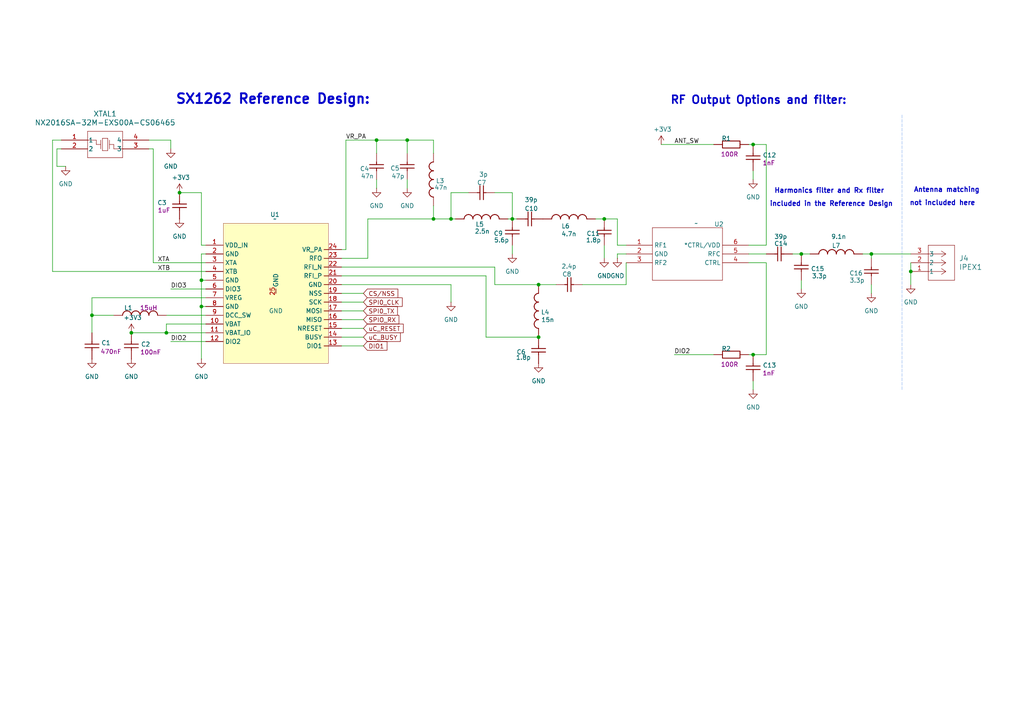
<source format=kicad_sch>
(kicad_sch (version 20231120) (generator "eeschema") (generator_version "8.0")
  (paper "A4")
  (lib_symbols
    (symbol "My_Library:IPEX1" (pin_names (offset 0.254))
      (property "Reference" "J" (at 8.89 6.35 0))
      (property "Value" "IPEX1" (at 0 0 0))
      (symbol "IPEX1_1_1"
        (polyline (pts (xy 5.08 -7.62) (xy 12.7 -7.62)) (stroke (width 0.127)))
        (polyline (pts (xy 5.08 2.54) (xy 5.08 -7.62)) (stroke (width 0.127)))
        (polyline (pts (xy 10.16 -5.08) (xy 5.08 -5.08)) (stroke (width 0.127)))
        (polyline (pts (xy 10.16 -5.08) (xy 8.89 -5.9267)) (stroke (width 0.127)))
        (polyline (pts (xy 10.16 -5.08) (xy 8.89 -4.2333)) (stroke (width 0.127)))
        (polyline (pts (xy 10.16 -2.54) (xy 5.08 -2.54)) (stroke (width 0.127)))
        (polyline (pts (xy 10.16 -2.54) (xy 8.89 -3.3867)) (stroke (width 0.127)))
        (polyline (pts (xy 10.16 -2.54) (xy 8.89 -1.6933)) (stroke (width 0.127)))
        (polyline (pts (xy 10.16 0) (xy 5.08 0)) (stroke (width 0.127)))
        (polyline (pts (xy 10.16 0) (xy 8.89 -0.8467)) (stroke (width 0.127)))
        (polyline (pts (xy 10.16 0) (xy 8.89 0.8467)) (stroke (width 0.127)))
        (polyline (pts (xy 12.7 -7.62) (xy 12.7 2.54)) (stroke (width 0.127)))
        (polyline (pts (xy 12.7 2.54) (xy 5.08 2.54)) (stroke (width 0.127)))
        (pin unspecified line (at 0 -5.08 0) (length 5.08) (name "1") (number "1"))
        (pin unspecified line (at 0 -2.54 0) (length 5.08) (name "2") (number "2"))
        (pin unspecified line (at 0 0 0) (length 5.08) (name "3") (number "3"))
      )
      (symbol "IPEX1_1_2"
        (polyline (pts (xy 5.08 -7.62) (xy 12.7 -7.62)) (stroke (width 0.127)))
        (polyline (pts (xy 5.08 2.54) (xy 5.08 -7.62)) (stroke (width 0.127)))
        (polyline (pts (xy 7.62 -5.08) (xy 5.08 -5.08)) (stroke (width 0.127)))
        (polyline (pts (xy 7.62 -5.08) (xy 8.89 -5.9267)) (stroke (width 0.127)))
        (polyline (pts (xy 7.62 -5.08) (xy 8.89 -4.2333)) (stroke (width 0.127)))
        (polyline (pts (xy 7.62 -2.54) (xy 5.08 -2.54)) (stroke (width 0.127)))
        (polyline (pts (xy 7.62 -2.54) (xy 8.89 -3.3867)) (stroke (width 0.127)))
        (polyline (pts (xy 7.62 -2.54) (xy 8.89 -1.6933)) (stroke (width 0.127)))
        (polyline (pts (xy 7.62 0) (xy 5.08 0)) (stroke (width 0.127)))
        (polyline (pts (xy 7.62 0) (xy 8.89 -0.8467)) (stroke (width 0.127)))
        (polyline (pts (xy 7.62 0) (xy 8.89 0.8467)) (stroke (width 0.127)))
        (polyline (pts (xy 12.7 -7.62) (xy 12.7 2.54)) (stroke (width 0.127)))
        (polyline (pts (xy 12.7 2.54) (xy 5.08 2.54)) (stroke (width 0.127)))
        (pin unspecified line (at 0 -5.08 0) (length 5.08) (name "1") (number "1"))
        (pin unspecified line (at 0 -2.54 0) (length 5.08) (name "2") (number "2"))
        (pin unspecified line (at 0 0 0) (length 5.08) (name "3") (number "3"))
      )
    )
    (symbol "My_Library:NX2016SA-32M-EXS00A-CS06465" (pin_names (offset 0.254))
      (property "Reference" "XTAL" (at 12.7 7.62 0))
      (property "Value" "NX2016SA-32M-EXS00A-CS06465" (at 12.7 5.08 0))
      (symbol "NX2016SA-32M-EXS00A-CS06465_0_1"
        (polyline (pts (xy 7.62 -5.08) (xy 17.78 -5.08)) (stroke (width 0.127)))
        (polyline (pts (xy 7.62 2.54) (xy 7.62 -5.08)) (stroke (width 0.127)))
        (polyline (pts (xy 10.16 -1.27) (xy 10.16 0)) (stroke (width 0.127)))
        (polyline (pts (xy 10.16 0) (xy 7.62 0)) (stroke (width 0.127)))
        (polyline (pts (xy 11.43 -1.27) (xy 10.16 -1.27)) (stroke (width 0.127)))
        (polyline (pts (xy 11.43 0) (xy 11.43 -2.54)) (stroke (width 0.127)))
        (polyline (pts (xy 11.938 -3.048) (xy 13.462 -3.048)) (stroke (width 0.127)))
        (polyline (pts (xy 11.938 0.508) (xy 11.938 -3.048)) (stroke (width 0.127)))
        (polyline (pts (xy 13.462 -3.048) (xy 13.462 0.508)) (stroke (width 0.127)))
        (polyline (pts (xy 13.462 0.508) (xy 11.938 0.508)) (stroke (width 0.127)))
        (polyline (pts (xy 13.97 -1.27) (xy 15.24 -1.27)) (stroke (width 0.127)))
        (polyline (pts (xy 13.97 0) (xy 13.97 -2.54)) (stroke (width 0.127)))
        (polyline (pts (xy 15.24 -2.54) (xy 17.78 -2.54)) (stroke (width 0.127)))
        (polyline (pts (xy 15.24 -1.27) (xy 15.24 -2.54)) (stroke (width 0.127)))
        (polyline (pts (xy 17.78 -5.08) (xy 17.78 2.54)) (stroke (width 0.127)))
        (polyline (pts (xy 17.78 2.54) (xy 7.62 2.54)) (stroke (width 0.127)))
        (pin unspecified line (at 0 0 0) (length 7.62) (name "1") (number "1"))
        (pin unspecified line (at 0 -2.54 0) (length 7.62) (name "2") (number "2"))
        (pin unspecified line (at 25.4 -2.54 180) (length 7.62) (name "3") (number "3"))
        (pin unspecified line (at 25.4 0 180) (length 7.62) (name "4") (number "4"))
      )
    )
    (symbol "My_Library:PE4259_RF_SW"
      (property "Reference" "U8" (at 9.144 8.636 0))
      (property "Value" "~" (at 2.54 8.89 0))
      (symbol "PE4259_RF_SW_0_1"
        (polyline (pts (xy -10.16 -7.62) (xy 10.16 -7.62)) (stroke (width 0.127)))
        (polyline (pts (xy -10.16 7.62) (xy -10.16 -7.62)) (stroke (width 0.127)))
        (polyline (pts (xy 10.16 -7.62) (xy 10.16 7.62)) (stroke (width 0.127)))
        (polyline (pts (xy 10.16 7.62) (xy -10.16 7.62)) (stroke (width 0.127)))
        (pin bidirectional line (at -17.78 2.54 0) (length 7.62) (name "RF1") (number "1"))
        (pin power_out line (at -17.78 0 0) (length 7.62) (name "GND") (number "2"))
        (pin bidirectional line (at -17.78 -2.54 0) (length 7.62) (name "RF2") (number "3"))
        (pin unspecified line (at 17.78 -2.54 180) (length 7.62) (name "CTRL") (number "4"))
        (pin unspecified line (at 17.78 0 180) (length 7.62) (name "RFC") (number "5"))
        (pin power_in line (at 17.78 2.54 180) (length 7.62) (name "*CTRL/VDD") (number "6"))
      )
    )
    (symbol "My_Library:SX1262"
      (property "Reference" "U7" (at -0.254 22.86 0))
      (property "Value" "~" (at -0.254 21.59 0))
      (symbol "SX1262_1_0"
        (rectangle (start 15.24 20.32) (end -15.24 -20.32) (stroke (width 0.0254) (color 128 0 0 1)) (fill (type background)))
        (pin power_in line (at -20.32 13.97 0) (length 5.08) (name "VDD_IN") (number "1"))
        (pin power_in line (at -20.32 -8.89 0) (length 5.08) (name "VBAT") (number "10"))
        (pin power_in line (at -20.32 -11.43 0) (length 5.08) (name "VBAT_IO") (number "11"))
        (pin passive line (at -20.32 -13.97 0) (length 5.08) (name "DIO2") (number "12"))
        (pin passive line (at 19.05 -15.24 180) (length 5.08) (name "DIO1") (number "13"))
        (pin passive line (at 19.05 -12.7 180) (length 5.08) (name "BUSY") (number "14"))
        (pin passive line (at 19.05 -10.16 180) (length 5.08) (name "NRESET") (number "15"))
        (pin passive line (at 19.05 -7.62 180) (length 5.08) (name "MISO") (number "16"))
        (pin passive line (at 19.05 -5.08 180) (length 5.08) (name "MOSI") (number "17"))
        (pin passive line (at 19.05 -2.54 180) (length 5.08) (name "SCK") (number "18"))
        (pin passive line (at 19.05 0 180) (length 5.08) (name "NSS") (number "19"))
        (pin passive line (at -20.32 11.43 0) (length 5.08) (name "GND") (number "2"))
        (pin passive line (at 19.05 2.54 180) (length 5.08) (name "GND") (number "20"))
        (pin passive line (at 19.05 5.08 180) (length 5.08) (name "RFI_P") (number "21"))
        (pin passive line (at 19.05 7.62 180) (length 5.08) (name "RFI_N") (number "22"))
        (pin passive line (at 19.05 10.16 180) (length 5.08) (name "RFO") (number "23"))
        (pin power_in line (at 19.05 12.7 180) (length 5.08) (name "VR_PA") (number "24"))
        (pin passive line (at 0 0 90) (length 1.27) (name "GND") (number "25"))
        (pin passive line (at -20.32 8.89 0) (length 5.08) (name "XTA") (number "3"))
        (pin passive line (at -20.32 6.35 0) (length 5.08) (name "XTB") (number "4"))
        (pin passive line (at -20.32 3.81 0) (length 5.08) (name "GND") (number "5"))
        (pin passive line (at -20.32 1.27 0) (length 5.08) (name "DIO3") (number "6"))
        (pin power_in line (at -20.32 -1.27 0) (length 5.08) (name "VREG") (number "7"))
        (pin passive line (at -20.32 -3.81 0) (length 5.08) (name "GND") (number "8"))
        (pin power_in line (at -20.32 -6.35 0) (length 5.08) (name "DCC_SW") (number "9"))
      )
    )
    (symbol "power:+3V3" (power) (pin_names (offset 0))
      (property "Value" "+3V3" (at 0 3.556 0))
      (symbol "+3V3_0_1"
        (polyline (pts (xy -0.762 1.27) (xy 0 2.54)))
        (polyline (pts (xy 0 0) (xy 0 2.54)))
        (polyline (pts (xy 0 2.54) (xy 0.762 1.27)))
      )
      (symbol "+3V3_1_1"
        (pin power_in line (at 0 0 90) (length 0) hide (name "+3V3") (number "1"))
      )
    )
    (symbol "power:GND" (power) (pin_numbers hide) (pin_names (offset 0) hide)
      (property "Value" "GND" (at 0 -3.81 0))
      (symbol "GND_0_1"
        (polyline (pts (xy 0 0) (xy 0 -1.27) (xy 1.27 -1.27) (xy 0 -2.54) (xy -1.27 -1.27) (xy 0 -1.27)))
      )
      (symbol "GND_1_1"
        (pin power_in line (at 0 0 270) (length 0) (name "~") (number "1"))
      )
    )
    (symbol "reference-altium-import:root_0_Inductor"
      (symbol "root_0_Inductor_1_0"
        (arc (start 3.81 1.27) (mid 2.912 0.898) (end 2.54 0) (stroke (width 0.254)))
        (arc (start 5.08 0) (mid 4.708 0.898) (end 3.81 1.27) (stroke (width 0.254)))
        (arc (start 6.35 1.27) (mid 5.452 0.898) (end 5.08 0) (stroke (width 0.254)))
        (arc (start 7.62 0) (mid 7.248 0.898) (end 6.35 1.27) (stroke (width 0.254)))
        (arc (start 8.89 1.27) (mid 7.992 0.898) (end 7.62 0) (stroke (width 0.254)))
        (arc (start 10.16 0) (mid 9.788 0.898) (end 8.89 1.27) (stroke (width 0.254)))
        (arc (start 11.43 1.27) (mid 10.532 0.898) (end 10.16 0) (stroke (width 0.254)))
        (arc (start 12.7 0) (mid 12.328 0.898) (end 11.43 1.27) (stroke (width 0.254)))
        (pin passive line (at 0 0 0) (length 2.54) (name "1") (number "1"))
        (pin passive line (at 15.24 0 180) (length 2.54) (name "2") (number "2"))
      )
    )
    (symbol "reference-altium-import:root_0_mirrored_Resistor"
      (symbol "root_0_mirrored_Resistor_1_0"
        (rectangle (start -2.54 1.016) (end -7.62 -1.016) (stroke (width 0.254)))
        (pin passive line (at 0 0 180) (length 2.54) (name "1") (number "1"))
        (pin passive line (at -10.16 0 0) (length 2.54) (name "2") (number "2"))
      )
    )
    (symbol "reference-altium-import:root_1_Cap"
      (symbol "root_1_Cap_1_0"
        (polyline (pts (xy -2.032 4.318) (xy 2.032 4.318)) (stroke (width 0.254)))
        (polyline (pts (xy 0 2.54) (xy 0 3.302)) (stroke (width 0.254)))
        (polyline (pts (xy 0 5.08) (xy 0 4.318)) (stroke (width 0.254)))
        (polyline (pts (xy 2.032 3.302) (xy -2.032 3.302)) (stroke (width 0.254)))
        (pin passive line (at 0 0 90) (length 2.54) (name "1") (number "1"))
        (pin passive line (at 0 7.62 270) (length 2.54) (name "2") (number "2"))
      )
    )
    (symbol "reference-altium-import:root_1_Inductor"
      (symbol "root_1_Inductor_1_0"
        (arc (start -1.27 3.81) (mid -0.898 2.912) (end 0 2.54) (stroke (width 0.254)))
        (arc (start -1.27 6.35) (mid -0.898 5.452) (end 0 5.08) (stroke (width 0.254)))
        (arc (start -1.27 8.89) (mid -0.898 7.992) (end 0 7.62) (stroke (width 0.254)))
        (arc (start -1.27 11.43) (mid -0.898 10.532) (end 0 10.16) (stroke (width 0.254)))
        (arc (start 0 5.08) (mid -0.898 4.708) (end -1.27 3.81) (stroke (width 0.254)))
        (arc (start 0 7.62) (mid -0.898 7.248) (end -1.27 6.35) (stroke (width 0.254)))
        (arc (start 0 10.16) (mid -0.898 9.788) (end -1.27 8.89) (stroke (width 0.254)))
        (arc (start 0 12.7) (mid -0.898 12.328) (end -1.27 11.43) (stroke (width 0.254)))
        (pin passive line (at 0 0 90) (length 2.54) (name "1") (number "1"))
        (pin passive line (at 0 15.24 270) (length 2.54) (name "2") (number "2"))
      )
    )
    (symbol "reference-altium-import:root_2_Cap"
      (symbol "root_2_Cap_1_0"
        (polyline (pts (xy -5.08 0) (xy -4.318 0)) (stroke (width 0.254)))
        (polyline (pts (xy -4.318 -2.032) (xy -4.318 2.032)) (stroke (width 0.254)))
        (polyline (pts (xy -3.302 2.032) (xy -3.302 -2.032)) (stroke (width 0.254)))
        (polyline (pts (xy -2.54 0) (xy -3.302 0)) (stroke (width 0.254)))
        (pin passive line (at 0 0 180) (length 2.54) (name "1") (number "1"))
        (pin passive line (at -7.62 0 0) (length 2.54) (name "2") (number "2"))
      )
    )
    (symbol "reference-altium-import:root_3_Cap"
      (symbol "root_3_Cap_1_0"
        (polyline (pts (xy -2.032 -3.302) (xy 2.032 -3.302)) (stroke (width 0.254)))
        (polyline (pts (xy 0 -5.08) (xy 0 -4.318)) (stroke (width 0.254)))
        (polyline (pts (xy 0 -2.54) (xy 0 -3.302)) (stroke (width 0.254)))
        (polyline (pts (xy 2.032 -4.318) (xy -2.032 -4.318)) (stroke (width 0.254)))
        (pin passive line (at 0 0 270) (length 2.54) (name "1") (number "1"))
        (pin passive line (at 0 -7.62 90) (length 2.54) (name "2") (number "2"))
      )
    )
  )
  (junction (at 48.26 96.52))
  (junction (at 175.26 63.5))
  (junction (at 109.22 40.64))
  (junction (at 232.41 73.66))
  (junction (at 264.16 78.74))
  (junction (at 148.59 63.5))
  (junction (at 58.42 81.28))
  (junction (at 156.21 82.55))
  (junction (at 58.42 88.9))
  (junction (at 118.11 40.64))
  (junction (at 125.73 63.5))
  (junction (at 52.07 55.88))
  (junction (at 156.21 97.79))
  (junction (at 26.67 91.44))
  (junction (at 218.44 41.91))
  (junction (at 38.1 96.52))
  (junction (at 130.81 63.5))
  (junction (at 218.44 102.87))
  (junction (at 252.73 73.66))
  (wire (pts (xy 26.67 91.44) (xy 33.02 91.44)))
  (wire (pts (xy 100.33 72.39) (xy 100.33 40.64)))
  (wire (pts (xy 179.07 71.12) (xy 181.61 71.12)))
  (wire (pts (xy 59.69 93.98) (xy 48.26 93.98)))
  (wire (pts (xy 99.06 90.17) (xy 105.41 90.17)))
  (wire (pts (xy 252.73 73.66) (xy 250.19 73.66)))
  (wire (pts (xy 179.07 73.66) (xy 181.61 73.66)))
  (wire (pts (xy 143.51 55.88) (xy 148.59 55.88)))
  (wire (pts (xy 232.41 83.82) (xy 232.41 81.28)))
  (wire (pts (xy 106.68 74.93) (xy 106.68 63.5)))
  (wire (pts (xy 148.59 55.88) (xy 148.59 63.5)))
  (wire (pts (xy 59.69 71.12) (xy 58.42 71.12)))
  (wire (pts (xy 143.51 77.47) (xy 143.51 82.55)))
  (wire (pts (xy 16.51 48.26) (xy 16.51 43.18)))
  (wire (pts (xy 26.67 96.52) (xy 26.67 91.44)))
  (wire (pts (xy 147.32 63.5) (xy 148.59 63.5)))
  (polyline (pts (xy 261.62 113.03) (xy 261.62 33.02)) (stroke (width 0.0254) (type dash) (color 74 134 232 1)))
  (wire (pts (xy 109.22 54.61) (xy 109.22 52.07)))
  (wire (pts (xy 59.69 86.36) (xy 26.67 86.36)))
  (wire (pts (xy 15.24 40.64) (xy 15.24 78.74)))
  (wire (pts (xy 222.25 41.91) (xy 222.25 71.12)))
  (wire (pts (xy 218.44 49.53) (xy 218.44 52.07)))
  (wire (pts (xy 58.42 88.9) (xy 58.42 81.28)))
  (wire (pts (xy 156.21 82.55) (xy 161.29 82.55)))
  (wire (pts (xy 48.26 96.52) (xy 38.1 96.52)))
  (wire (pts (xy 48.26 93.98) (xy 48.26 96.52)))
  (wire (pts (xy 59.69 88.9) (xy 58.42 88.9)))
  (wire (pts (xy 99.06 97.79) (xy 105.41 97.79)))
  (wire (pts (xy 218.44 41.91) (xy 217.17 41.91)))
  (wire (pts (xy 175.26 74.93) (xy 175.26 71.12)))
  (wire (pts (xy 99.06 72.39) (xy 100.33 72.39)))
  (wire (pts (xy 217.17 73.66) (xy 222.25 73.66)))
  (wire (pts (xy 140.97 80.01) (xy 99.06 80.01)))
  (wire (pts (xy 44.45 43.18) (xy 44.45 76.2)))
  (wire (pts (xy 222.25 102.87) (xy 218.44 102.87)))
  (wire (pts (xy 58.42 73.66) (xy 59.69 73.66)))
  (wire (pts (xy 106.68 63.5) (xy 125.73 63.5)))
  (wire (pts (xy 118.11 54.61) (xy 118.11 52.07)))
  (wire (pts (xy 252.73 82.55) (xy 252.73 85.09)))
  (wire (pts (xy 99.06 100.33) (xy 105.41 100.33)))
  (wire (pts (xy 99.06 87.63) (xy 105.41 87.63)))
  (wire (pts (xy 118.11 40.64) (xy 125.73 40.64)))
  (wire (pts (xy 59.69 99.06) (xy 49.53 99.06)))
  (wire (pts (xy 48.26 96.52) (xy 59.69 96.52)))
  (wire (pts (xy 222.25 76.2) (xy 222.25 102.87)))
  (wire (pts (xy 43.18 43.18) (xy 44.45 43.18)))
  (wire (pts (xy 181.61 76.2) (xy 181.61 82.55)))
  (wire (pts (xy 140.97 97.79) (xy 140.97 80.01)))
  (wire (pts (xy 156.21 97.79) (xy 140.97 97.79)))
  (wire (pts (xy 16.51 43.18) (xy 17.78 43.18)))
  (wire (pts (xy 168.91 82.55) (xy 181.61 82.55)))
  (wire (pts (xy 195.58 102.87) (xy 207.01 102.87)))
  (wire (pts (xy 130.81 63.5) (xy 130.81 55.88)))
  (wire (pts (xy 15.24 40.64) (xy 17.78 40.64)))
  (wire (pts (xy 118.11 44.45) (xy 118.11 40.64)))
  (wire (pts (xy 218.44 113.03) (xy 218.44 110.49)))
  (wire (pts (xy 49.53 40.64) (xy 49.53 43.18)))
  (wire (pts (xy 58.42 55.88) (xy 52.07 55.88)))
  (wire (pts (xy 130.81 82.55) (xy 99.06 82.55)))
  (wire (pts (xy 125.73 40.64) (xy 125.73 44.45)))
  (wire (pts (xy 179.07 74.93) (xy 179.07 73.66)))
  (wire (pts (xy 175.26 63.5) (xy 172.72 63.5)))
  (wire (pts (xy 44.45 76.2) (xy 59.69 76.2)))
  (wire (pts (xy 49.53 40.64) (xy 43.18 40.64)))
  (wire (pts (xy 264.16 82.55) (xy 264.16 78.74)))
  (wire (pts (xy 125.73 59.69) (xy 125.73 63.5)))
  (wire (pts (xy 58.42 81.28) (xy 59.69 81.28)))
  (wire (pts (xy 130.81 63.5) (xy 132.08 63.5)))
  (wire (pts (xy 222.25 76.2) (xy 217.17 76.2)))
  (wire (pts (xy 232.41 73.66) (xy 234.95 73.66)))
  (wire (pts (xy 58.42 71.12) (xy 58.42 55.88)))
  (wire (pts (xy 59.69 83.82) (xy 49.53 83.82)))
  (wire (pts (xy 222.25 41.91) (xy 218.44 41.91)))
  (wire (pts (xy 179.07 63.5) (xy 175.26 63.5)))
  (wire (pts (xy 191.77 41.91) (xy 207.01 41.91)))
  (wire (pts (xy 100.33 40.64) (xy 109.22 40.64)))
  (wire (pts (xy 19.05 48.26) (xy 16.51 48.26)))
  (wire (pts (xy 59.69 91.44) (xy 48.26 91.44)))
  (wire (pts (xy 15.24 78.74) (xy 59.69 78.74)))
  (wire (pts (xy 130.81 82.55) (xy 130.81 87.63)))
  (wire (pts (xy 99.06 92.71) (xy 105.41 92.71)))
  (wire (pts (xy 229.87 73.66) (xy 232.41 73.66)))
  (wire (pts (xy 99.06 95.25) (xy 105.41 95.25)))
  (wire (pts (xy 99.06 77.47) (xy 143.51 77.47)))
  (wire (pts (xy 264.16 76.2) (xy 264.16 78.74)))
  (wire (pts (xy 130.81 55.88) (xy 135.89 55.88)))
  (wire (pts (xy 99.06 85.09) (xy 105.41 85.09)))
  (wire (pts (xy 252.73 74.93) (xy 252.73 73.66)))
  (wire (pts (xy 143.51 82.55) (xy 156.21 82.55)))
  (wire (pts (xy 148.59 73.66) (xy 148.59 71.12)))
  (wire (pts (xy 179.07 63.5) (xy 179.07 71.12)))
  (wire (pts (xy 109.22 44.45) (xy 109.22 40.64)))
  (wire (pts (xy 26.67 86.36) (xy 26.67 91.44)))
  (wire (pts (xy 58.42 88.9) (xy 58.42 104.14)))
  (wire (pts (xy 218.44 102.87) (xy 217.17 102.87)))
  (wire (pts (xy 148.59 63.5) (xy 149.86 63.5)))
  (wire (pts (xy 99.06 74.93) (xy 106.68 74.93)))
  (wire (pts (xy 125.73 63.5) (xy 130.81 63.5)))
  (wire (pts (xy 252.73 73.66) (xy 264.16 73.66)))
  (wire (pts (xy 217.17 71.12) (xy 222.25 71.12)))
  (wire (pts (xy 58.42 81.28) (xy 58.42 73.66)))
  (wire (pts (xy 109.22 40.64) (xy 118.11 40.64)))
  (text "RF Output Options and filter:" (at 194.31 30.48 0) (effects (font (size 2.286 2.286) (thickness 0.4572) (bold yes)) (justify left bottom)))
  (text "not included here" (at 282.956 58.166 0) (effects (font (size 1.397 1.397) (thickness 0.2794) (bold yes)) (justify right top)))
  (text "Antenna matching" (at 284.226 54.356 0) (effects (font (size 1.397 1.397) (thickness 0.2794) (bold yes)) (justify right top)))
  (text "Harmonics filter and Rx filter" (at 256.54 54.61 0) (effects (font (size 1.397 1.397) (thickness 0.2794) (bold yes)) (justify right top)))
  (text "included in the Reference Design" (at 259.08 58.42 0) (effects (font (size 1.397 1.397) (thickness 0.2794) (bold yes)) (justify right top)))
  (text "SX1262 Reference Design:" (at 50.8 30.48 0) (effects (font (size 2.794 2.794) (thickness 0.5588) (bold yes)) (justify left bottom)))
  (label "DIO2" (at 195.58 102.87 0))
  (label "VR_PA" (at 100.33 40.64 0))
  (label "DIO2" (at 49.53 99.06 0))
  (label "ANT_SW" (at 195.58 41.91 0))
  (label "XTA" (at 45.72 76.2 0))
  (label "DIO3" (at 49.53 83.82 0))
  (label "XTB" (at 45.72 78.74 0))
  (global_label "SPI0_CLK" (shape input) (at 105.41 87.63 0) (property "Intersheetrefs" "${INTERSHEET_REFS}" (effects (hide yes))))
  (global_label "SPIO_RX" (shape input) (at 105.41 92.71 0) (property "Intersheetrefs" "${INTERSHEET_REFS}" (effects (hide yes))))
  (global_label "uC_BUSY" (shape input) (at 105.41 97.79 0) (property "Intersheetrefs" "${INTERSHEET_REFS}" (effects (hide yes))))
  (global_label "DIO1" (shape input) (at 105.41 100.33 0) (property "Intersheetrefs" "${INTERSHEET_REFS}" (effects (hide yes))))
  (global_label "CS{slash}NSS" (shape input) (at 105.41 85.09 0) (property "Intersheetrefs" "${INTERSHEET_REFS}" (effects (hide yes))))
  (global_label "SPI0_TX" (shape input) (at 105.41 90.17 0) (property "Intersheetrefs" "${INTERSHEET_REFS}" (effects (hide yes))))
  (global_label "uC_RESET" (shape input) (at 105.41 95.25 0) (property "Intersheetrefs" "${INTERSHEET_REFS}" (effects (hide yes))))
  (symbol (lib_id "power:+3V3") (at 38.1 96.52 0) (unit 1)
    (property "Reference" "#PWR0106" (effects (hide yes)))
    (property "Value" "+3V3" (at 38.481 92.1258 0))
  )
  (symbol (lib_id "reference-altium-import:root_0_mirrored_Resistor") (at 217.17 41.91 0) (unit 1)
    (property "Reference" "R1" (at 209.296 40.894 0) (effects (justify left bottom)))
    (property "Value" "100" (effects (hide yes)))
    (property "Footprint" "Resistor_SMD:R_0402_1005Metric" (effects (hide yes)))
    (property "Description" "Resistor SMD - IEC symbol version" (effects (hide yes)))
    (property "LATESTREVISIONDATE" "27-Jul-20  -  Semtech" (effects (hide yes)))
    (property "ALTIUM_VALUE" "100R" (at 209.042 45.466 0) (effects (justify left bottom)))
    (property "LCSC" "C25076" (effects (hide yes)))
  )
  (symbol (lib_id "power:GND") (at 49.53 43.18 0) (unit 1)
    (property "Reference" "#PWR0117" (effects (hide yes)))
    (property "Value" "GND" (at 49.53 48.26 0))
    (property "Description" "Power symbol creates a global label with name \"GND\" , ground" (effects (hide yes)))
  )
  (symbol (lib_id "power:GND") (at 26.67 104.14 0) (unit 1)
    (property "Reference" "#PWR0105" (effects (hide yes)))
    (property "Value" "GND" (at 26.67 109.22 0))
    (property "Description" "Power symbol creates a global label with name \"GND\" , ground" (effects (hide yes)))
  )
  (symbol (lib_id "reference-altium-import:root_1_Cap") (at 52.07 63.5 0) (unit 1)
    (property "Reference" "C3" (at 45.644 59.536 0) (effects (justify left bottom)))
    (property "Value" "1u" (effects (hide yes)))
    (property "Footprint" "Capacitor_SMD:C_0402_1005Metric" (effects (hide yes)))
    (property "Description" "Capacitor SMD" (effects (hide yes)))
    (property "PUBLISHED" "8-Jun-2000" (effects (hide yes)))
    (property "LATESTREVISIONDATE" "05-oct-2007  -  Semtech" (effects (hide yes)))
    (property "LATESTREVISIONNOTE" "Re-released for DXP Platform." (effects (hide yes)))
    (property "PUBLISHER" "Altium Limited" (effects (hide yes)))
    (property "ALTIUM_VALUE" "1uF" (at 45.72 61.722 0) (effects (justify left bottom)))
    (property "LCSC" "C14445" (effects (hide yes)))
  )
  (symbol (lib_id "My_Library:IPEX1") (at 264.16 73.66 0) (unit 1)
    (property "Reference" "J4" (at 278.13 74.9299 0) (effects (font (size 1.524 1.524)) (justify left)))
    (property "Value" "IPEX1" (at 278.13 77.4699 0) (effects (font (size 1.524 1.524)) (justify left)))
    (property "Footprint" "My_Footprints:MHF I_RECE_IPX" (effects (hide yes)))
    (property "Datasheet" "20279-001E-01" (effects (hide yes)))
    (property "LCSC" "C5137195" (effects (hide yes)))
  )
  (symbol (lib_id "reference-altium-import:root_1_Cap") (at 148.59 71.12 0) (unit 1)
    (property "Reference" "C9" (at 143.18 68.426 0) (effects (justify left bottom)))
    (property "Value" "5.6p" (at 143.256 70.358 0) (effects (justify left bottom)))
    (property "Footprint" "Capacitor_SMD:C_0402_1005Metric" (effects (hide yes)))
    (property "Description" "Capacitor SMD" (effects (hide yes)))
    (property "PUBLISHED" "8-Jun-2000" (effects (hide yes)))
    (property "LATESTREVISIONDATE" "05-oct-2007  -  Semtech" (effects (hide yes)))
    (property "LATESTREVISIONNOTE" "Re-released for DXP Platform." (effects (hide yes)))
    (property "PUBLISHER" "Altium Limited" (effects (hide yes)))
    (property "ALTIUM_VALUE" "NC" (effects (hide yes)))
    (property "LCSC" "C318570" (effects (hide yes)))
  )
  (symbol (lib_id "reference-altium-import:root_1_Cap") (at 175.26 71.12 0) (unit 1)
    (property "Reference" "C11" (at 170.104 68.46 0) (effects (justify left bottom)))
    (property "Value" "1.8p" (at 169.926 70.358 0) (effects (justify left bottom)))
    (property "Footprint" "Capacitor_SMD:C_0402_1005Metric" (effects (hide yes)))
    (property "Description" "Capacitor SMD" (effects (hide yes)))
    (property "PUBLISHED" "8-Jun-2000" (effects (hide yes)))
    (property "LATESTREVISIONDATE" "05-oct-2007  -  Semtech" (effects (hide yes)))
    (property "LATESTREVISIONNOTE" "Re-released for DXP Platform." (effects (hide yes)))
    (property "PUBLISHER" "Altium Limited" (effects (hide yes)))
    (property "ALTIUM_VALUE" "NC" (effects (hide yes)))
    (property "LCSC" "C1553" (effects (hide yes)))
  )
  (symbol (lib_id "My_Library:NX2016SA-32M-EXS00A-CS06465") (at 17.78 40.64 0) (unit 1)
    (property "Reference" "XTAL1" (at 30.48 33.02 0) (effects (font (size 1.524 1.524))))
    (property "Value" "NX2016SA-32M-EXS00A-CS06465" (at 30.48 35.56 0) (effects (font (size 1.524 1.524))))
    (property "Footprint" "My_Footprints:NX2016SA_NDK" (effects (hide yes)))
    (property "Datasheet" "NX2016SA-32M-EXS00A-CS06465" (effects (hide yes)))
    (property "LCSC" "C1986260" (effects (hide yes)))
  )
  (symbol (lib_id "reference-altium-import:root_1_Cap") (at 38.1 104.14 0) (unit 1)
    (property "Reference" "C2" (at 40.894 100.584 0) (effects (justify left bottom)))
    (property "Value" "100n" (effects (hide yes)))
    (property "Footprint" "Capacitor_SMD:C_0402_1005Metric" (effects (hide yes)))
    (property "Description" "Capacitor SMD" (effects (hide yes)))
    (property "PUBLISHED" "8-Jun-2000" (effects (hide yes)))
    (property "LATESTREVISIONDATE" "05-oct-2007  -  Semtech" (effects (hide yes)))
    (property "LATESTREVISIONNOTE" "Re-released for DXP Platform." (effects (hide yes)))
    (property "PUBLISHER" "Altium Limited" (effects (hide yes)))
    (property "ALTIUM_VALUE" "100nF" (at 40.64 102.87 0) (effects (justify left bottom)))
    (property "LCSC" "C1525" (effects (hide yes)))
  )
  (symbol (lib_id "My_Library:SX1262") (at 80.01 85.09 0) (unit 1)
    (property "Reference" "U1" (at 79.756 62.23 0))
    (property "Value" "~" (at 79.756 63.5 0))
    (property "Footprint" "My_Footprints:SX1262_QFN24_4X4_SEM" (effects (hide yes)))
    (property "LCSC" "C191341" (effects (hide yes)))
  )
  (symbol (lib_id "power:GND") (at 118.11 54.61 0) (unit 1)
    (property "Reference" "#PWR0113" (effects (hide yes)))
    (property "Value" "GND" (at 118.11 59.69 0))
    (property "Description" "Power symbol creates a global label with name \"GND\" , ground" (effects (hide yes)))
  )
  (symbol (lib_id "reference-altium-import:root_0_Inductor") (at 157.48 63.5 0) (unit 1)
    (property "Reference" "L6" (at 162.814 66.294 0) (effects (justify left bottom)))
    (property "Value" "4.7n" (at 162.814 68.58 0) (effects (justify left bottom)))
    (property "Footprint" "Inductor_SMD:L_0402_1005Metric" (effects (hide yes)))
    (property "Description" "Inductor SMD" (effects (hide yes)))
    (property "PUBLISHED" "8-Jun-2000" (effects (hide yes)))
    (property "LATESTREVISIONDATE" "05-oct-2007  -  Semtech" (effects (hide yes)))
    (property "LATESTREVISIONNOTE" "Re-released for DXP Platform." (effects (hide yes)))
    (property "PUBLISHER" "Altium Limited" (effects (hide yes)))
    (property "CODE_JEITA" "0402" (effects (hide yes)))
    (property "CODE_IEC" "1005" (effects (hide yes)))
    (property "ALTIUM_VALUE" "0R" (effects (hide yes)))
    (property "LCSC" "C13595" (effects (hide yes)))
  )
  (symbol (lib_id "reference-altium-import:root_1_Cap") (at 252.73 82.55 0) (unit 1)
    (property "Reference" "C16" (at 246.334 79.954 0) (effects (justify left bottom)))
    (property "Value" "3.3p" (at 246.38 82.042 0) (effects (justify left bottom)))
    (property "Footprint" "Capacitor_SMD:C_0402_1005Metric" (effects (hide yes)))
    (property "Description" "Capacitor SMD" (effects (hide yes)))
    (property "PUBLISHED" "8-Jun-2000" (effects (hide yes)))
    (property "LATESTREVISIONDATE" "05-oct-2007  -  Semtech" (effects (hide yes)))
    (property "LATESTREVISIONNOTE" "Re-released for DXP Platform." (effects (hide yes)))
    (property "PUBLISHER" "Altium Limited" (effects (hide yes)))
    (property "ALTIUM_VALUE" "NC" (effects (hide yes)))
    (property "LCSC" "C307447" (effects (hide yes)))
  )
  (symbol (lib_id "power:GND") (at 130.81 87.63 0) (unit 1)
    (property "Reference" "#PWR0115" (effects (hide yes)))
    (property "Value" "GND" (at 130.81 92.71 0))
    (property "Description" "Power symbol creates a global label with name \"GND\" , ground" (effects (hide yes)))
  )
  (symbol (lib_id "reference-altium-import:root_2_Cap") (at 229.87 73.66 0) (unit 1)
    (property "Reference" "C14" (at 224.536 71.374 0) (effects (justify left bottom)))
    (property "Value" "39p" (at 224.536 69.342 0) (effects (justify left bottom)))
    (property "Footprint" "Capacitor_SMD:C_0402_1005Metric" (effects (hide yes)))
    (property "Description" "Capacitor SMD" (effects (hide yes)))
    (property "PUBLISHED" "8-Jun-2000" (effects (hide yes)))
    (property "LATESTREVISIONDATE" "05-oct-2007  -  Semtech" (effects (hide yes)))
    (property "LATESTREVISIONNOTE" "Re-released for DXP Platform." (effects (hide yes)))
    (property "PUBLISHER" "Altium Limited" (effects (hide yes)))
    (property "ALTIUM_VALUE" "NC" (effects (hide yes)))
  )
  (symbol (lib_id "reference-altium-import:root_1_Cap") (at 26.67 104.14 0) (unit 1)
    (property "Reference" "C1" (at 29.388 100.176 0) (effects (justify left bottom)))
    (property "Value" "470n" (effects (hide yes)))
    (property "Footprint" "Capacitor_SMD:C_0402_1005Metric" (effects (hide yes)))
    (property "Description" "Capacitor SMD" (effects (hide yes)))
    (property "PUBLISHED" "8-Jun-2000" (effects (hide yes)))
    (property "LATESTREVISIONDATE" "05-oct-2007  -  Semtech" (effects (hide yes)))
    (property "LATESTREVISIONNOTE" "Re-released for DXP Platform." (effects (hide yes)))
    (property "PUBLISHER" "Altium Limited" (effects (hide yes)))
    (property "ALTIUM_VALUE" "470nF" (at 29.134 102.716 0) (effects (justify left bottom)))
    (property "LCSC" "C47339" (effects (hide yes)))
  )
  (symbol (lib_id "reference-altium-import:root_1_Inductor") (at 156.21 97.79 0) (unit 1)
    (property "Reference" "L4" (at 156.896 91.286 0) (effects (justify left bottom)))
    (property "Value" "15n" (at 156.972 93.472 0) (effects (justify left bottom)))
    (property "Footprint" "Inductor_SMD:L_0402_1005Metric" (effects (hide yes)))
    (property "Description" "Inductor SMD" (effects (hide yes)))
    (property "PUBLISHED" "8-Jun-2000" (effects (hide yes)))
    (property "LATESTREVISIONDATE" "05-oct-2007  -  Semtech" (effects (hide yes)))
    (property "LATESTREVISIONNOTE" "Re-released for DXP Platform." (effects (hide yes)))
    (property "PUBLISHER" "Altium Limited" (effects (hide yes)))
    (property "CODE_JEITA" "0402" (effects (hide yes)))
    (property "CODE_IEC" "1005" (effects (hide yes)))
    (property "ALTIUM_VALUE" "0R" (effects (hide yes)))
    (property "LCSC" "C76787" (effects (hide yes)))
  )
  (symbol (lib_id "reference-altium-import:root_2_Cap") (at 143.51 55.88 0) (unit 1)
    (property "Reference" "C7" (at 138.354 53.694 0) (effects (justify left bottom)))
    (property "Value" "3p" (at 138.938 51.308 0) (effects (justify left bottom)))
    (property "Footprint" "Capacitor_SMD:C_0402_1005Metric" (effects (hide yes)))
    (property "Description" "Capacitor SMD" (effects (hide yes)))
    (property "PUBLISHED" "8-Jun-2000" (effects (hide yes)))
    (property "LATESTREVISIONDATE" "05-oct-2007  -  Semtech" (effects (hide yes)))
    (property "LATESTREVISIONNOTE" "Re-released for DXP Platform." (effects (hide yes)))
    (property "PUBLISHER" "Altium Limited" (effects (hide yes)))
    (property "ALTIUM_VALUE" "NC" (effects (hide yes)))
    (property "LCSC" "C318583" (effects (hide yes)))
  )
  (symbol (lib_id "power:+3V3") (at 52.07 55.88 0) (unit 1)
    (property "Reference" "#PWR0119" (effects (hide yes)))
    (property "Value" "+3V3" (at 52.451 51.4858 0))
  )
  (symbol (lib_id "reference-altium-import:root_1_Cap") (at 109.22 52.07 0) (unit 1)
    (property "Reference" "C4" (at 104.394 49.676 0) (effects (justify left bottom)))
    (property "Value" "47n" (at 104.648 51.816 0) (effects (justify left bottom)))
    (property "Footprint" "Capacitor_SMD:C_0402_1005Metric" (effects (hide yes)))
    (property "Description" "Capacitor SMD" (effects (hide yes)))
    (property "PUBLISHED" "8-Jun-2000" (effects (hide yes)))
    (property "LATESTREVISIONDATE" "05-oct-2007  -  Semtech" (effects (hide yes)))
    (property "LATESTREVISIONNOTE" "Re-released for DXP Platform." (effects (hide yes)))
    (property "PUBLISHER" "Altium Limited" (effects (hide yes)))
    (property "ALTIUM_VALUE" "NC" (effects (hide yes)))
    (property "LCSC" "C307339" (effects (hide yes)))
  )
  (symbol (lib_id "reference-altium-import:root_3_Cap") (at 218.44 102.87 0) (unit 1)
    (property "Reference" "C13" (at 221.234 106.68 0) (effects (justify left bottom)))
    (property "Value" "1n" (effects (hide yes)))
    (property "Footprint" "Capacitor_SMD:C_0402_1005Metric" (effects (hide yes)))
    (property "Description" "Capacitor SMD" (effects (hide yes)))
    (property "PUBLISHED" "8-Jun-2000" (effects (hide yes)))
    (property "LATESTREVISIONDATE" "05-oct-2007  -  Semtech" (effects (hide yes)))
    (property "LATESTREVISIONNOTE" "Re-released for DXP Platform." (effects (hide yes)))
    (property "PUBLISHER" "Altium Limited" (effects (hide yes)))
    (property "ALTIUM_VALUE" "1nF" (at 221.14 108.952 0) (effects (justify left bottom)))
    (property "LCSC" "C14442" (effects (hide yes)))
  )
  (symbol (lib_id "power:GND") (at 179.07 74.93 0) (unit 1)
    (property "Reference" "#PWR0102" (effects (hide yes)))
    (property "Value" "GND" (at 179.07 80.01 0))
    (property "Description" "Power symbol creates a global label with name \"GND\" , ground" (effects (hide yes)))
  )
  (symbol (lib_id "reference-altium-import:root_0_mirrored_Resistor") (at 217.17 102.87 0) (unit 1)
    (property "Reference" "R2" (at 209.296 101.854 0) (effects (justify left bottom)))
    (property "Value" "100" (effects (hide yes)))
    (property "Footprint" "Resistor_SMD:R_0402_1005Metric" (effects (hide yes)))
    (property "Description" "Resistor SMD - IEC symbol version" (effects (hide yes)))
    (property "LATESTREVISIONDATE" "27-Jul-20  -  Semtech" (effects (hide yes)))
    (property "ALTIUM_VALUE" "100R" (at 209.042 106.426 0) (effects (justify left bottom)))
    (property "LCSC" "C25076" (effects (hide yes)))
  )
  (symbol (lib_id "reference-altium-import:root_1_Cap") (at 156.21 105.41 0) (unit 1)
    (property "Reference" "C6" (at 149.814 102.814 0) (effects (justify left bottom)))
    (property "Value" "1.8p" (at 149.606 104.394 0) (effects (justify left bottom)))
    (property "Footprint" "Capacitor_SMD:C_0402_1005Metric" (effects (hide yes)))
    (property "Description" "Capacitor SMD" (effects (hide yes)))
    (property "PUBLISHED" "8-Jun-2000" (effects (hide yes)))
    (property "LATESTREVISIONDATE" "05-oct-2007  -  Semtech" (effects (hide yes)))
    (property "LATESTREVISIONNOTE" "Re-released for DXP Platform." (effects (hide yes)))
    (property "PUBLISHER" "Altium Limited" (effects (hide yes)))
    (property "ALTIUM_VALUE" "NC" (effects (hide yes)))
    (property "LCSC" "C1553" (effects (hide yes)))
  )
  (symbol (lib_id "power:GND") (at 19.05 48.26 0) (unit 1)
    (property "Reference" "#PWR0116" (effects (hide yes)))
    (property "Value" "GND" (at 19.05 53.34 0))
    (property "Description" "Power symbol creates a global label with name \"GND\" , ground" (effects (hide yes)))
  )
  (symbol (lib_id "power:GND") (at 232.41 83.82 0) (unit 1)
    (property "Reference" "#PWR0120" (effects (hide yes)))
    (property "Value" "GND" (at 232.41 88.9 0))
    (property "Description" "Power symbol creates a global label with name \"GND\" , ground" (effects (hide yes)))
  )
  (symbol (lib_id "reference-altium-import:root_2_Cap") (at 157.48 63.5 0) (unit 1)
    (property "Reference" "C10" (at 152.146 61.214 0) (effects (justify left bottom)))
    (property "Value" "39p" (at 152.146 58.674 0) (effects (justify left bottom)))
    (property "Footprint" "Capacitor_SMD:C_0402_1005Metric" (effects (hide yes)))
    (property "Description" "Capacitor SMD" (effects (hide yes)))
    (property "PUBLISHED" "8-Jun-2000" (effects (hide yes)))
    (property "LATESTREVISIONDATE" "05-oct-2007  -  Semtech" (effects (hide yes)))
    (property "LATESTREVISIONNOTE" "Re-released for DXP Platform." (effects (hide yes)))
    (property "PUBLISHER" "Altium Limited" (effects (hide yes)))
    (property "ALTIUM_VALUE" "NC" (effects (hide yes)))
    (property "LCSC" "C86288" (effects (hide yes)))
  )
  (symbol (lib_id "reference-altium-import:root_1_Cap") (at 232.41 81.28 0) (unit 1)
    (property "Reference" "C15" (at 235.204 78.684 0) (effects (justify left bottom)))
    (property "Value" "3.3p" (at 235.458 80.772 0) (effects (justify left bottom)))
    (property "Footprint" "Capacitor_SMD:C_0402_1005Metric" (effects (hide yes)))
    (property "Description" "Capacitor SMD" (effects (hide yes)))
    (property "PUBLISHED" "8-Jun-2000" (effects (hide yes)))
    (property "LATESTREVISIONDATE" "05-oct-2007  -  Semtech" (effects (hide yes)))
    (property "LATESTREVISIONNOTE" "Re-released for DXP Platform." (effects (hide yes)))
    (property "PUBLISHER" "Altium Limited" (effects (hide yes)))
    (property "ALTIUM_VALUE" "NC" (effects (hide yes)))
    (property "LCSC" "C307447" (effects (hide yes)))
  )
  (symbol (lib_id "reference-altium-import:root_0_Inductor") (at 234.95 73.66 0) (unit 1)
    (property "Reference" "L7" (at 241.27 71.95 0) (effects (justify left bottom)))
    (property "Value" "9.1n" (at 241.046 69.342 0) (effects (justify left bottom)))
    (property "Footprint" "Inductor_SMD:L_0402_1005Metric" (effects (hide yes)))
    (property "Description" "Inductor SMD" (effects (hide yes)))
    (property "PUBLISHED" "8-Jun-2000" (effects (hide yes)))
    (property "LATESTREVISIONDATE" "05-oct-2007  -  Semtech" (effects (hide yes)))
    (property "LATESTREVISIONNOTE" "Re-released for DXP Platform." (effects (hide yes)))
    (property "PUBLISHER" "Altium Limited" (effects (hide yes)))
    (property "CODE_JEITA" "0402" (effects (hide yes)))
    (property "CODE_IEC" "1005" (effects (hide yes)))
    (property "ALTIUM_VALUE" "0R" (effects (hide yes)))
    (property "LCSC" "C74297" (effects (hide yes)))
  )
  (symbol (lib_id "power:GND") (at 38.1 104.14 0) (unit 1)
    (property "Reference" "#PWR0107" (effects (hide yes)))
    (property "Value" "GND" (at 38.1 109.22 0))
    (property "Description" "Power symbol creates a global label with name \"GND\" , ground" (effects (hide yes)))
  )
  (symbol (lib_id "power:GND") (at 175.26 74.93 0) (unit 1)
    (property "Reference" "#PWR0103" (effects (hide yes)))
    (property "Value" "GND" (at 175.26 80.01 0))
    (property "Description" "Power symbol creates a global label with name \"GND\" , ground" (effects (hide yes)))
  )
  (symbol (lib_id "My_Library:PE4259_RF_SW") (at 199.39 73.66 0) (unit 1)
    (property "Reference" "U2" (at 208.534 65.024 0))
    (property "Value" "~" (at 201.93 64.77 0))
    (property "Footprint" "My_Footprints:PE4259_RF_SW" (effects (hide yes)))
    (property "LCSC" "C470892" (effects (hide yes)))
  )
  (symbol (lib_id "power:GND") (at 218.44 52.07 0) (unit 1)
    (property "Reference" "#PWR0110" (effects (hide yes)))
    (property "Value" "GND" (at 218.44 57.15 0))
    (property "Description" "Power symbol creates a global label with name \"GND\" , ground" (effects (hide yes)))
  )
  (symbol (lib_id "power:GND") (at 109.22 54.61 0) (unit 1)
    (property "Reference" "#PWR0114" (effects (hide yes)))
    (property "Value" "GND" (at 109.22 59.69 0))
    (property "Description" "Power symbol creates a global label with name \"GND\" , ground" (effects (hide yes)))
  )
  (symbol (lib_id "reference-altium-import:root_0_Inductor") (at 33.02 91.44 0) (unit 1)
    (property "Reference" "L1" (at 35.992 90.016 0) (effects (justify left bottom)))
    (property "Value" "15u" (effects (hide yes)))
    (property "Footprint" "Inductor_SMD:L_0805_2012Metric" (effects (hide yes)))
    (property "Description" "Inductor SMD" (effects (hide yes)))
    (property "PUBLISHED" "8-Jun-2000" (effects (hide yes)))
    (property "LATESTREVISIONDATE" "05-oct-2007  -  Semtech" (effects (hide yes)))
    (property "LATESTREVISIONNOTE" "Re-released for DXP Platform." (effects (hide yes)))
    (property "PUBLISHER" "Altium Limited" (effects (hide yes)))
    (property "CODE_JEITA" "0402" (effects (hide yes)))
    (property "CODE_IEC" "1005" (effects (hide yes)))
    (property "ALTIUM_VALUE" "15uH" (at 40.564 90.016 0) (effects (justify left bottom)))
    (property "LCSC" "C75634" (effects (hide yes)))
  )
  (symbol (lib_id "power:GND") (at 264.16 82.55 0) (unit 1)
    (property "Reference" "#PWR095" (effects (hide yes)))
    (property "Value" "GND" (at 264.16 87.63 0))
    (property "Description" "Power symbol creates a global label with name \"GND\" , ground" (effects (hide yes)))
  )
  (symbol (lib_id "power:GND") (at 80.01 85.09 0) (unit 1)
    (property "Reference" "#PWR01" (effects (hide yes)))
    (property "Value" "GND" (at 80.01 90.17 0))
    (property "Description" "Power symbol creates a global label with name \"GND\" , ground" (effects (hide yes)))
  )
  (symbol (lib_id "reference-altium-import:root_0_Inductor") (at 132.08 63.5 0) (unit 1)
    (property "Reference" "L5" (at 137.922 65.786 0) (effects (justify left bottom)))
    (property "Value" "2.5n" (at 137.668 67.818 0) (effects (justify left bottom)))
    (property "Footprint" "Inductor_SMD:L_0402_1005Metric" (effects (hide yes)))
    (property "Description" "Inductor SMD" (effects (hide yes)))
    (property "PUBLISHED" "8-Jun-2000" (effects (hide yes)))
    (property "LATESTREVISIONDATE" "05-oct-2007  -  Semtech" (effects (hide yes)))
    (property "LATESTREVISIONNOTE" "Re-released for DXP Platform." (effects (hide yes)))
    (property "PUBLISHER" "Altium Limited" (effects (hide yes)))
    (property "CODE_JEITA" "0402" (effects (hide yes)))
    (property "CODE_IEC" "1005" (effects (hide yes)))
    (property "ALTIUM_VALUE" "0R" (effects (hide yes)))
    (property "LCSC" "C778764" (effects (hide yes)))
  )
  (symbol (lib_id "power:+3V3") (at 191.77 41.91 0) (unit 1)
    (property "Reference" "#PWR0111" (effects (hide yes)))
    (property "Value" "+3V3" (at 192.151 37.5158 0))
  )
  (symbol (lib_id "power:GND") (at 252.73 85.09 0) (unit 1)
    (property "Reference" "#PWR0121" (effects (hide yes)))
    (property "Value" "GND" (at 252.73 90.17 0))
    (property "Description" "Power symbol creates a global label with name \"GND\" , ground" (effects (hide yes)))
  )
  (symbol (lib_id "power:GND") (at 218.44 113.03 0) (unit 1)
    (property "Reference" "#PWR0109" (effects (hide yes)))
    (property "Value" "GND" (at 218.44 118.11 0))
    (property "Description" "Power symbol creates a global label with name \"GND\" , ground" (effects (hide yes)))
  )
  (symbol (lib_id "power:GND") (at 148.59 73.66 0) (unit 1)
    (property "Reference" "#PWR0104" (effects (hide yes)))
    (property "Value" "GND" (at 148.59 78.74 0))
    (property "Description" "Power symbol creates a global label with name \"GND\" , ground" (effects (hide yes)))
  )
  (symbol (lib_id "power:GND") (at 52.07 63.5 0) (unit 1)
    (property "Reference" "#PWR0118" (effects (hide yes)))
    (property "Value" "GND" (at 52.07 68.58 0))
    (property "Description" "Power symbol creates a global label with name \"GND\" , ground" (effects (hide yes)))
  )
  (symbol (lib_id "reference-altium-import:root_3_Cap") (at 218.44 41.91 0) (unit 1)
    (property "Reference" "C12" (at 221.234 45.72 0) (effects (justify left bottom)))
    (property "Value" "1n" (effects (hide yes)))
    (property "Footprint" "Capacitor_SMD:C_0402_1005Metric" (effects (hide yes)))
    (property "Description" "Capacitor SMD" (effects (hide yes)))
    (property "PUBLISHED" "8-Jun-2000" (effects (hide yes)))
    (property "LATESTREVISIONDATE" "05-oct-2007  -  Semtech" (effects (hide yes)))
    (property "LATESTREVISIONNOTE" "Re-released for DXP Platform." (effects (hide yes)))
    (property "PUBLISHER" "Altium Limited" (effects (hide yes)))
    (property "ALTIUM_VALUE" "1nF" (at 221.14 47.992 0) (effects (justify left bottom)))
    (property "LCSC" "C14442" (effects (hide yes)))
  )
  (symbol (lib_id "reference-altium-import:root_1_Cap") (at 118.11 52.07 0) (unit 1)
    (property "Reference" "C5" (at 113.208 49.53 0) (effects (justify left bottom)))
    (property "Value" "47p" (at 113.538 51.816 0) (effects (justify left bottom)))
    (property "Footprint" "Capacitor_SMD:C_0402_1005Metric" (effects (hide yes)))
    (property "Description" "Capacitor SMD" (effects (hide yes)))
    (property "PUBLISHED" "8-Jun-2000" (effects (hide yes)))
    (property "LATESTREVISIONDATE" "05-oct-2007  -  Semtech" (effects (hide yes)))
    (property "LATESTREVISIONNOTE" "Re-released for DXP Platform." (effects (hide yes)))
    (property "PUBLISHER" "Altium Limited" (effects (hide yes)))
    (property "ALTIUM_VALUE" "NC" (effects (hide yes)))
    (property "LCSC" "C84706" (effects (hide yes)))
  )
  (symbol (lib_id "reference-altium-import:root_2_Cap") (at 168.91 82.55 0) (unit 1)
    (property "Reference" "C8" (at 163.068 80.264 0) (effects (justify left bottom)))
    (property "Value" "2.4p" (at 162.814 77.978 0) (effects (justify left bottom)))
    (property "Footprint" "Capacitor_SMD:C_0402_1005Metric" (effects (hide yes)))
    (property "Description" "Capacitor SMD" (effects (hide yes)))
    (property "PUBLISHED" "8-Jun-2000" (effects (hide yes)))
    (property "LATESTREVISIONDATE" "05-oct-2007  -  Semtech" (effects (hide yes)))
    (property "LATESTREVISIONNOTE" "Re-released for DXP Platform." (effects (hide yes)))
    (property "PUBLISHER" "Altium Limited" (effects (hide yes)))
    (property "ALTIUM_VALUE" "NC" (effects (hide yes)))
    (property "LCSC" "C318575" (effects (hide yes)))
  )
  (symbol (lib_id "reference-altium-import:root_1_Inductor") (at 125.73 59.69 0) (unit 1)
    (property "Reference" "L3" (at 126.416 53.186 0) (effects (justify left bottom)))
    (property "Value" "47n" (at 125.984 55.118 0) (effects (justify left bottom)))
    (property "Footprint" "Inductor_SMD:L_0402_1005Metric" (effects (hide yes)))
    (property "Description" "Inductor SMD" (effects (hide yes)))
    (property "PUBLISHED" "8-Jun-2000" (effects (hide yes)))
    (property "LATESTREVISIONDATE" "05-oct-2007  -  Semtech" (effects (hide yes)))
    (property "LATESTREVISIONNOTE" "Re-released for DXP Platform." (effects (hide yes)))
    (property "PUBLISHER" "Altium Limited" (effects (hide yes)))
    (property "CODE_JEITA" "0402" (effects (hide yes)))
    (property "CODE_IEC" "1005" (effects (hide yes)))
    (property "ALTIUM_VALUE" "0R" (effects (hide yes)))
    (property "LCSC" "C27151" (effects (hide yes)))
  )
  (symbol (lib_id "power:GND") (at 58.42 104.14 0) (unit 1)
    (property "Reference" "#PWR0108" (effects (hide yes)))
    (property "Value" "GND" (at 58.42 109.22 0))
    (property "Description" "Power symbol creates a global label with name \"GND\" , ground" (effects (hide yes)))
  )
  (symbol (lib_id "power:GND") (at 156.21 105.41 0) (unit 1)
    (property "Reference" "#PWR0112" (effects (hide yes)))
    (property "Value" "GND" (at 156.21 110.49 0))
    (property "Description" "Power symbol creates a global label with name \"GND\" , ground" (effects (hide yes)))
  )
)
</source>
